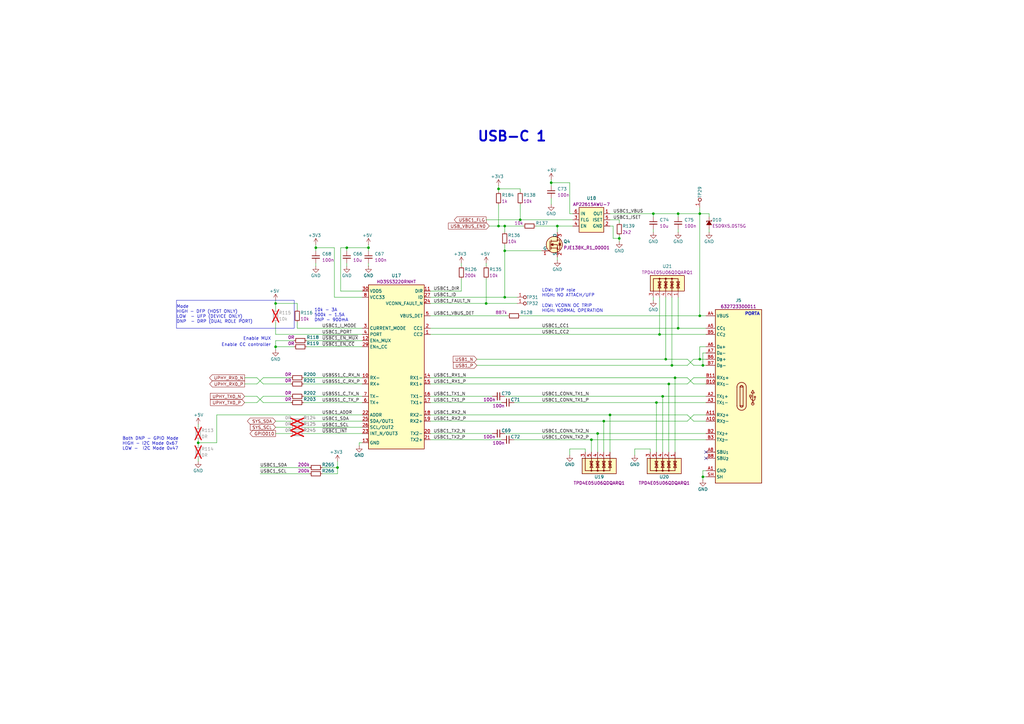
<source format=kicad_sch>
(kicad_sch (version 20250114) (generator "eeschema") (generator_version "9.0")
  (paper "A3")
  (title_block (title "Jetson Orin Baseboard") (date "2025-03-12") (rev "1.3.4") (company "Antmicro Ltd") (comment 1 "www.antmicro.com"))
  (text "Mode\nHIGH - DFP (HOST ONLY)\nLOW  - UFP (DEVICE ONLY)\nDNP  - DRP (DUAL ROLE PORT)\n" (at 72.39 132.715 0) (effects (font (size 1.27 1.27)) (justify left bottom)))
  (text "Enable MUX" (at 99.695 139.7 0) (effects (font (size 1.27 1.27)) (justify left bottom)))
  (text "Both DNP - GPIO Mode\nHIGH - I2C Mode 0x67\nLOW -  I2C Mode 0x47" (at 50.165 184.785 0) (effects (font (size 1.27 1.27)) (justify left bottom)))
  (text "USB-C 1" (at 195.58 58.42 0) (effects (font (size 4 4) (thickness 0.8) (bold yes)) (justify left bottom)))
  (text "10k - 3A\n500k - 1.5A\nDNP - 900mA" (at 128.905 132.08 0) (effects (font (size 1.27 1.27)) (justify left bottom)))
  (text "LOW: DFP role \nHIGH: NO ATTACH/UFP" (at 222.25 121.92 0) (effects (font (size 1.27 1.27)) (justify left bottom)))
  (text "PORTA" (at 305.435 129.54 0) (effects (font (size 1.27 1.27) (thickness 0.254) (bold yes)) (justify left bottom)))
  (text "LOW: VCONN OC TRIP \nHIGH: NORMAL OPERATION" (at 222.25 128.27 0) (effects (font (size 1.27 1.27)) (justify left bottom)))
  (text "Enable CC controller" (at 90.805 142.24 0) (effects (font (size 1.27 1.27)) (justify left bottom)))
  (junction (at 213.36 90.17))
  (junction (at 273.05 147.32))
  (junction (at 288.29 149.86))
  (junction (at 245.11 177.8))
  (junction (at 287.02 87.63))
  (junction (at 207.01 92.71))
  (junction (at 270.51 137.16))
  (junction (at 138.43 191.77))
  (junction (at 278.13 87.63))
  (junction (at 288.29 195.58))
  (junction (at 269.24 165.1))
  (junction (at 275.59 149.86))
  (junction (at 242.57 180.34))
  (junction (at 81.28 181.61))
  (junction (at 271.78 162.56))
  (junction (at 113.03 142.24))
  (junction (at 129.54 101.6))
  (junction (at 226.06 74.93))
  (junction (at 207.01 102.87))
  (junction (at 247.65 172.72))
  (junction (at 207.01 121.92))
  (junction (at 250.19 170.18))
  (junction (at 204.47 77.47))
  (junction (at 151.13 101.6))
  (junction (at 274.32 157.48))
  (junction (at 142.24 101.6))
  (junction (at 287.02 129.54))
  (junction (at 276.86 154.94))
  (junction (at 287.02 147.32))
  (junction (at 267.97 87.63))
  (junction (at 113.03 124.46))
  (junction (at 228.6 92.71))
  (junction (at 254 97.79))
  (junction (at 278.13 134.62))
  (junction (at 204.47 92.71))
  (junction (at 199.39 124.46))
  (no_connect (at 289.56 187.96))
  (no_connect (at 289.56 185.42))
  (wire (pts (xy 124.46 154.94) (xy 148.59 154.94)))
  (wire (pts (xy 151.13 100.33) (xy 151.13 101.6)))
  (wire (pts (xy 288.29 193.04) (xy 289.56 193.04)))
  (wire (pts (xy 124.46 175.26) (xy 148.59 175.26)))
  (wire (pts (xy 113.03 124.46) (xy 121.92 124.46)))
  (wire (pts (xy 176.53 124.46) (xy 199.39 124.46)))
  (wire (pts (xy 204.47 76.2) (xy 204.47 77.47)))
  (wire (pts (xy 147.32 182.88) (xy 147.32 181.61)))
  (wire (pts (xy 287.02 129.54) (xy 289.56 129.54)))
  (wire (pts (xy 245.11 177.8) (xy 245.11 185.42)))
  (wire (pts (xy 204.47 92.71) (xy 207.01 92.71)))
  (wire (pts (xy 148.59 121.92) (xy 137.16 121.92)))
  (wire (pts (xy 105.41 162.56) (xy 100.33 162.56)))
  (wire (pts (xy 132.08 191.77) (xy 138.43 191.77)))
  (wire (pts (xy 113.03 177.8) (xy 119.38 177.8)))
  (wire (pts (xy 250.19 92.71) (xy 251.46 92.71)))
  (wire (pts (xy 219.71 92.71) (xy 228.6 92.71)))
  (wire (pts (xy 233.68 184.15) (xy 240.03 184.15)))
  (wire (pts (xy 124.46 162.56) (xy 148.59 162.56)))
  (wire (pts (xy 288.29 195.58) (xy 288.29 193.04)))
  (wire (pts (xy 176.53 154.94) (xy 276.86 154.94)))
  (wire (pts (xy 148.59 134.62) (xy 121.92 134.62)))
  (wire (pts (xy 233.68 87.63) (xy 233.68 74.93)))
  (wire (pts (xy 226.06 74.93) (xy 233.68 74.93)))
  (wire (pts (xy 107.95 162.56) (xy 105.41 165.1)))
  (wire (pts (xy 289.56 142.24) (xy 287.02 142.24)))
  (wire (pts (xy 240.03 184.15) (xy 240.03 185.42)))
  (wire (pts (xy 207.01 162.56) (xy 271.78 162.56)))
  (wire (pts (xy 142.24 107.95) (xy 142.24 109.22)))
  (polyline (pts (xy 72.39 123.19) (xy 72.39 134.62)))
  (wire (pts (xy 176.53 121.92) (xy 207.01 121.92)))
  (wire (pts (xy 113.03 124.46) (xy 113.03 127)))
  (wire (pts (xy 176.53 119.38) (xy 189.23 119.38)))
  (wire (pts (xy 195.58 147.32) (xy 273.05 147.32)))
  (wire (pts (xy 129.54 101.6) (xy 129.54 102.87)))
  (wire (pts (xy 274.32 157.48) (xy 281.94 157.48)))
  (wire (pts (xy 250.19 87.63) (xy 267.97 87.63)))
  (wire (pts (xy 210.82 180.34) (xy 242.57 180.34)))
  (wire (pts (xy 113.03 142.24) (xy 120.65 142.24)))
  (wire (pts (xy 267.97 121.92) (xy 267.97 123.19)))
  (wire (pts (xy 275.59 121.92) (xy 275.59 149.86)))
  (wire (pts (xy 281.94 172.72) (xy 284.48 170.18)))
  (wire (pts (xy 278.13 87.63) (xy 278.13 88.9)))
  (wire (pts (xy 274.32 157.48) (xy 274.32 185.42)))
  (wire (pts (xy 267.97 87.63) (xy 267.97 88.9)))
  (wire (pts (xy 81.28 180.34) (xy 81.28 181.61)))
  (wire (pts (xy 204.47 77.47) (xy 204.47 78.74)))
  (wire (pts (xy 250.19 170.18) (xy 250.19 185.42)))
  (wire (pts (xy 287.02 142.24) (xy 287.02 147.32)))
  (wire (pts (xy 228.6 92.71) (xy 228.6 95.25)))
  (wire (pts (xy 195.58 149.86) (xy 275.59 149.86)))
  (wire (pts (xy 278.13 87.63) (xy 287.02 87.63)))
  (wire (pts (xy 121.92 132.08) (xy 121.92 134.62)))
  (polyline (pts (xy 120.65 134.62) (xy 120.65 123.19)))
  (wire (pts (xy 148.59 119.38) (xy 139.7 119.38)))
  (wire (pts (xy 199.39 107.95) (xy 199.39 109.22)))
  (wire (pts (xy 204.47 83.82) (xy 204.47 92.71)))
  (wire (pts (xy 271.78 162.56) (xy 271.78 185.42)))
  (wire (pts (xy 107.95 154.94) (xy 119.38 154.94)))
  (wire (pts (xy 254 90.17) (xy 254 91.44)))
  (wire (pts (xy 139.7 101.6) (xy 142.24 101.6)))
  (wire (pts (xy 107.95 154.94) (xy 105.41 157.48)))
  (wire (pts (xy 254 96.52) (xy 254 97.79)))
  (wire (pts (xy 284.48 147.32) (xy 287.02 147.32)))
  (wire (pts (xy 290.83 93.98) (xy 290.83 95.25)))
  (wire (pts (xy 210.82 165.1) (xy 269.24 165.1)))
  (wire (pts (xy 284.48 154.94) (xy 289.56 154.94)))
  (wire (pts (xy 228.6 92.71) (xy 234.95 92.71)))
  (wire (pts (xy 250.19 90.17) (xy 254 90.17)))
  (wire (pts (xy 254 97.79) (xy 254 99.06)))
  (wire (pts (xy 288.29 144.78) (xy 288.29 149.86)))
  (wire (pts (xy 207.01 102.87) (xy 207.01 121.92)))
  (wire (pts (xy 271.78 162.56) (xy 289.56 162.56)))
  (wire (pts (xy 129.54 100.33) (xy 129.54 101.6)))
  (wire (pts (xy 281.94 170.18) (xy 284.48 172.72)))
  (wire (pts (xy 284.48 172.72) (xy 289.56 172.72)))
  (wire (pts (xy 176.53 165.1) (xy 205.74 165.1)))
  (wire (pts (xy 270.51 121.92) (xy 270.51 137.16)))
  (wire (pts (xy 189.23 107.95) (xy 189.23 109.22)))
  (wire (pts (xy 105.41 162.56) (xy 107.95 165.1)))
  (wire (pts (xy 273.05 121.92) (xy 273.05 147.32)))
  (wire (pts (xy 287.02 147.32) (xy 289.56 147.32)))
  (wire (pts (xy 113.03 139.7) (xy 120.65 139.7)))
  (wire (pts (xy 213.36 77.47) (xy 213.36 78.74)))
  (wire (pts (xy 284.48 149.86) (xy 288.29 149.86)))
  (wire (pts (xy 204.47 77.47) (xy 213.36 77.47)))
  (wire (pts (xy 242.57 180.34) (xy 242.57 185.42)))
  (wire (pts (xy 269.24 165.1) (xy 289.56 165.1)))
  (polyline (pts (xy 72.39 123.19) (xy 120.65 123.19)))
  (wire (pts (xy 124.46 177.8) (xy 148.59 177.8)))
  (wire (pts (xy 278.13 121.92) (xy 278.13 134.62)))
  (wire (pts (xy 176.53 170.18) (xy 250.19 170.18)))
  (wire (pts (xy 290.83 88.9) (xy 290.83 87.63)))
  (wire (pts (xy 284.48 170.18) (xy 289.56 170.18)))
  (wire (pts (xy 242.57 180.34) (xy 289.56 180.34)))
  (wire (pts (xy 139.7 119.38) (xy 139.7 101.6)))
  (wire (pts (xy 281.94 154.94) (xy 284.48 157.48)))
  (wire (pts (xy 124.46 157.48) (xy 148.59 157.48)))
  (wire (pts (xy 176.53 180.34) (xy 205.74 180.34)))
  (wire (pts (xy 81.28 187.96) (xy 81.28 189.23)))
  (wire (pts (xy 176.53 162.56) (xy 201.93 162.56)))
  (wire (pts (xy 121.92 124.46) (xy 121.92 127)))
  (wire (pts (xy 288.29 149.86) (xy 289.56 149.86)))
  (wire (pts (xy 176.53 137.16) (xy 270.51 137.16)))
  (wire (pts (xy 88.9 170.18) (xy 88.9 181.61)))
  (wire (pts (xy 142.24 101.6) (xy 142.24 102.87)))
  (wire (pts (xy 107.95 165.1) (xy 119.38 165.1)))
  (wire (pts (xy 267.97 87.63) (xy 278.13 87.63)))
  (wire (pts (xy 213.36 83.82) (xy 213.36 90.17)))
  (wire (pts (xy 273.05 147.32) (xy 281.94 147.32)))
  (wire (pts (xy 278.13 93.98) (xy 278.13 95.25)))
  (wire (pts (xy 287.02 87.63) (xy 290.83 87.63)))
  (wire (pts (xy 233.68 87.63) (xy 234.95 87.63)))
  (wire (pts (xy 289.56 144.78) (xy 288.29 144.78)))
  (wire (pts (xy 113.03 139.7) (xy 113.03 142.24)))
  (wire (pts (xy 113.03 172.72) (xy 119.38 172.72)))
  (wire (pts (xy 124.46 165.1) (xy 148.59 165.1)))
  (wire (pts (xy 260.35 186.69) (xy 260.35 184.15)))
  (wire (pts (xy 81.28 181.61) (xy 88.9 181.61)))
  (wire (pts (xy 100.33 157.48) (xy 105.41 157.48)))
  (wire (pts (xy 207.01 121.92) (xy 212.09 121.92)))
  (wire (pts (xy 148.59 137.16) (xy 113.03 137.16)))
  (wire (pts (xy 147.32 181.61) (xy 148.59 181.61)))
  (polyline (pts (xy 72.39 134.62) (xy 120.65 134.62)))
  (wire (pts (xy 228.6 105.41) (xy 228.6 106.68)))
  (wire (pts (xy 176.53 172.72) (xy 247.65 172.72)))
  (wire (pts (xy 199.39 90.17) (xy 213.36 90.17)))
  (wire (pts (xy 260.35 184.15) (xy 266.7 184.15)))
  (wire (pts (xy 207.01 92.71) (xy 207.01 95.25)))
  (wire (pts (xy 151.13 107.95) (xy 151.13 109.22)))
  (wire (pts (xy 207.01 177.8) (xy 245.11 177.8)))
  (wire (pts (xy 226.06 73.66) (xy 226.06 74.93)))
  (wire (pts (xy 129.54 107.95) (xy 129.54 109.22)))
  (wire (pts (xy 107.95 157.48) (xy 119.38 157.48)))
  (wire (pts (xy 138.43 189.23) (xy 138.43 191.77)))
  (wire (pts (xy 247.65 172.72) (xy 281.94 172.72)))
  (wire (pts (xy 207.01 100.33) (xy 207.01 102.87)))
  (wire (pts (xy 142.24 101.6) (xy 151.13 101.6)))
  (wire (pts (xy 176.53 157.48) (xy 274.32 157.48)))
  (wire (pts (xy 254 97.79) (xy 251.46 97.79)))
  (wire (pts (xy 226.06 74.93) (xy 226.06 76.2)))
  (wire (pts (xy 281.94 149.86) (xy 284.48 147.32)))
  (wire (pts (xy 176.53 134.62) (xy 278.13 134.62)))
  (wire (pts (xy 113.03 123.19) (xy 113.03 124.46)))
  (wire (pts (xy 106.68 194.31) (xy 127 194.31)))
  (wire (pts (xy 233.68 186.69) (xy 233.68 184.15)))
  (wire (pts (xy 266.7 184.15) (xy 266.7 185.42)))
  (wire (pts (xy 189.23 114.3) (xy 189.23 119.38)))
  (wire (pts (xy 207.01 92.71) (xy 214.63 92.71)))
  (wire (pts (xy 100.33 165.1) (xy 105.41 165.1)))
  (wire (pts (xy 276.86 154.94) (xy 281.94 154.94)))
  (wire (pts (xy 125.73 142.24) (xy 148.59 142.24)))
  (wire (pts (xy 284.48 157.48) (xy 289.56 157.48)))
  (wire (pts (xy 199.39 114.3) (xy 199.39 124.46)))
  (wire (pts (xy 113.03 142.24) (xy 113.03 143.51)))
  (wire (pts (xy 267.97 93.98) (xy 267.97 95.25)))
  (wire (pts (xy 288.29 195.58) (xy 289.56 195.58)))
  (wire (pts (xy 199.39 124.46) (xy 212.09 124.46)))
  (wire (pts (xy 105.41 154.94) (xy 100.33 154.94)))
  (wire (pts (xy 113.03 175.26) (xy 119.38 175.26)))
  (wire (pts (xy 81.28 181.61) (xy 81.28 182.88)))
  (wire (pts (xy 105.41 154.94) (xy 107.95 157.48)))
  (wire (pts (xy 250.19 170.18) (xy 281.94 170.18)))
  (wire (pts (xy 276.86 154.94) (xy 276.86 185.42)))
  (wire (pts (xy 281.94 147.32) (xy 284.48 149.86)))
  (wire (pts (xy 137.16 101.6) (xy 129.54 101.6)))
  (wire (pts (xy 287.02 85.09) (xy 287.02 87.63)))
  (wire (pts (xy 213.36 129.54) (xy 287.02 129.54)))
  (wire (pts (xy 88.9 170.18) (xy 148.59 170.18)))
  (wire (pts (xy 124.46 172.72) (xy 148.59 172.72)))
  (wire (pts (xy 207.01 102.87) (xy 222.25 102.87)))
  (wire (pts (xy 213.36 90.17) (xy 234.95 90.17)))
  (wire (pts (xy 226.06 81.28) (xy 226.06 83.82)))
  (wire (pts (xy 200.66 92.71) (xy 204.47 92.71)))
  (wire (pts (xy 281.94 157.48) (xy 284.48 154.94)))
  (wire (pts (xy 275.59 149.86) (xy 281.94 149.86)))
  (wire (pts (xy 107.95 162.56) (xy 119.38 162.56)))
  (wire (pts (xy 270.51 137.16) (xy 289.56 137.16)))
  (wire (pts (xy 137.16 121.92) (xy 137.16 101.6)))
  (wire (pts (xy 247.65 172.72) (xy 247.65 185.42)))
  (wire (pts (xy 176.53 177.8) (xy 201.93 177.8)))
  (wire (pts (xy 251.46 92.71) (xy 251.46 97.79)))
  (wire (pts (xy 176.53 129.54) (xy 208.28 129.54)))
  (wire (pts (xy 278.13 134.62) (xy 289.56 134.62)))
  (wire (pts (xy 113.03 132.08) (xy 113.03 137.16)))
  (wire (pts (xy 138.43 194.31) (xy 138.43 191.77)))
  (wire (pts (xy 106.68 191.77) (xy 127 191.77)))
  (wire (pts (xy 132.08 194.31) (xy 138.43 194.31)))
  (wire (pts (xy 125.73 139.7) (xy 148.59 139.7)))
  (wire (pts (xy 245.11 177.8) (xy 289.56 177.8)))
  (wire (pts (xy 269.24 165.1) (xy 269.24 185.42)))
  (wire (pts (xy 288.29 196.85) (xy 288.29 195.58)))
  (wire (pts (xy 151.13 101.6) (xy 151.13 102.87)))
  (wire (pts (xy 287.02 87.63) (xy 287.02 129.54)))
  (wire (pts (xy 81.28 173.99) (xy 81.28 175.26)))
  (label "USBC1_SCL" (at 132.08 175.26 0))
  (label "USBC1_RX1_P" (at 177.8 157.48 0))
  (label "USBC1_ISET" (at 251.46 90.17 0))
  (label "USBC1_SDA" (at 132.08 172.72 0))
  (label "USBC1_CONN_TX2_P" (at 222.25 180.34 0))
  (label "USBC1_CONN_TX2_N" (at 222.25 177.8 0))
  (label "USBC1_FAULT_N" (at 177.8 124.46 0))
  (label "USBC1_CONN_TX1_N" (at 222.25 162.56 0))
  (label "~{USBC1_INT}" (at 132.08 177.8 0))
  (label "USBC1_CONN_TX1_P" (at 222.25 165.1 0))
  (label "USBC1_PORT" (at 132.08 137.16 0))
  (label "USBC1_TX2_N" (at 177.8 177.8 0))
  (label "USBSS1_C_RX_P" (at 132.08 157.48 0))
  (label "USBC1_TX1_N" (at 177.8 162.56 0))
  (label "USBSS1_C_TX_N" (at 132.08 162.56 0))
  (label "USBC1_SCL" (at 106.68 194.31 0))
  (label "~{USBC1_EN_MUX}" (at 132.08 139.7 0))
  (label "USBC1_VBUS_DET" (at 177.8 129.54 0))
  (label "USBC1_CC2" (at 222.25 137.16 0))
  (label "USBC1_TX2_P" (at 177.8 180.34 0))
  (label "USBC1_I_MODE" (at 132.08 134.62 0))
  (label "USBC1_VBUS" (at 251.46 87.63 0))
  (label "USBSS1_C_TX_P" (at 132.08 165.1 0))
  (label "USBC1_TX1_P" (at 177.8 165.1 0))
  (label "USBC1_SDA" (at 106.68 191.77 0))
  (label "USBSS1_C_RX_N" (at 132.08 154.94 0))
  (label "USBC1_CC1" (at 222.25 134.62 0))
  (label "~{USBC1_EN_CC}" (at 132.08 142.24 0))
  (label "USBC1_ADDR" (at 132.08 170.18 0))
  (label "USBC1_RX1_N" (at 177.8 154.94 0))
  (label "USBC1_ID" (at 177.8 121.92 0))
  (label "USBC1_RX2_N" (at 177.8 170.18 0))
  (label "USBC1_DIR" (at 177.8 119.38 0))
  (label "USBC1_RX2_P" (at 177.8 172.72 0))
  (global_label "GPIO010" (shape output) (at 113.03 177.8 180) (property "Intersheetrefs" "${INTERSHEET_REFS}" (effects (hide yes))))
  (global_label "SYS_SCL" (shape input) (at 113.03 175.26 180) (property "Intersheetrefs" "${INTERSHEET_REFS}" (effects (hide yes))))
  (global_label "USB_VBUS_EN0" (shape input) (at 200.66 92.71 180) (property "Intersheetrefs" "${INTERSHEET_REFS}" (effects (hide yes))))
  (global_label "UPHY_TX0_P" (shape input) (at 100.33 165.1 180) (property "Intersheetrefs" "${INTERSHEET_REFS}" (effects (hide yes))))
  (global_label "USB1_N" (shape input) (at 195.58 147.32 180) (property "Intersheetrefs" "${INTERSHEET_REFS}" (effects (hide yes))))
  (global_label "UPHY_TX0_N" (shape input) (at 100.33 162.56 180) (property "Intersheetrefs" "${INTERSHEET_REFS}" (effects (hide yes))))
  (global_label "USB1_P" (shape input) (at 195.58 149.86 180) (property "Intersheetrefs" "${INTERSHEET_REFS}" (effects (hide yes))))
  (global_label "UPHY_RX0_P" (shape output) (at 100.33 157.48 180) (property "Intersheetrefs" "${INTERSHEET_REFS}" (effects (hide yes))))
  (global_label "USBC1_FLG" (shape output) (at 199.39 90.17 180) (property "Intersheetrefs" "${INTERSHEET_REFS}" (effects (hide yes))))
  (global_label "UPHY_RX0_N" (shape output) (at 100.33 154.94 180) (property "Intersheetrefs" "${INTERSHEET_REFS}" (effects (hide yes))))
  (global_label "SYS_SDA" (shape bidirectional) (at 113.03 172.72 180) (property "Intersheetrefs" "${INTERSHEET_REFS}" (effects (hide yes))))
  (symbol (lib_id "antmicroInterfaceControllers:HD3SS3220RNH") (at 148.59 119.38 0) (unit 1)
    (property "Reference" "U17" (at 162.56 113.03 0))
    (property "Value" "HD3SS3220RNH" (effects (hide yes)))
    (property "Footprint" "antmicro-footprints:WQFN-30-1EP_4.6x2.6mm_P0.4mm" (effects (hide yes)))
    (property "Datasheet" "https://www.ti.com/lit/ds/symlink/hd3ss3220.pdf?ts=1663000043694&ref_url=https%253A%252F%252Fwww.google.com%252F" (effects (hide yes)))
    (property "Manufacturer" "Texas Instruments" (effects (hide yes)))
    (property "MPN" "HD3SS3220RNHT" (at 162.56 115.57 0))
    (property "Author" "Antmicro" (effects (hide yes)))
    (property "License" "Apache-2.0" (effects (hide yes)))
  )
  (symbol (lib_name "GND_3") (lib_id "antmicropower:GND") (at 226.06 83.82 0) (unit 1)
    (property "Reference" "#PWR0122" (effects (hide yes)))
    (property "Value" "GND" (at 226.06 87.63 0))
    (property "Author" "Antmicro" (effects (hide yes)))
    (property "License" "Apache-2.0" (effects (hide yes)))
  )
  (symbol (lib_id "antmicroPMICPowerDistributionSwitchesLoadDrivers:AP22615A_TSOT26") (at 234.95 87.63 0) (unit 1)
    (property "Reference" "U18" (at 242.57 81.28 0))
    (property "Value" "AP22615A_TSOT26" (effects (hide yes)))
    (property "Footprint" "antmicro-footprints:TSOT23-6" (effects (hide yes)))
    (property "Datasheet" "https://www.mouser.com/datasheet/2/115/DIOD_S_A0008958405_1-2543193.pdf" (effects (hide yes)))
    (property "MPN" "AP22615AWU-7" (at 242.57 83.82 0))
    (property "Manufacturer" "Diodes Incorporated" (effects (hide yes)))
    (property "Author" "Antmicro" (effects (hide yes)))
    (property "License" "Apache-2.0" (effects (hide yes)))
  )
  (symbol (lib_name "GND_3") (lib_id "antmicropower:GND") (at 278.13 95.25 0) (unit 1)
    (property "Reference" "#PWR0129" (effects (hide yes)))
    (property "Value" "GND" (at 278.13 99.06 0))
    (property "Author" "Antmicro" (effects (hide yes)))
    (property "License" "Apache-2.0" (effects (hide yes)))
  )
  (symbol (lib_name "GND_3") (lib_id "antmicropower:GND") (at 142.24 109.22 0) (unit 1)
    (property "Reference" "#PWR0115" (effects (hide yes)))
    (property "Value" "GND" (at 142.24 113.03 0))
    (property "Author" "Antmicro" (effects (hide yes)))
    (property "License" "Apache-2.0" (effects (hide yes)))
  )
  (symbol (lib_id "antmicroTestPoints:TP_0.75mm_SMD") (at 212.09 124.46 0) (unit 1) (in_bom no)
    (property "Reference" "TP32" (at 215.9 124.46 0) (effects (justify left)))
    (property "Value" "TP_0.75mm_SMD" (effects (hide yes)))
    (property "Footprint" "antmicro-footprints:TP_SMD_0.75mm" (effects (hide yes)))
    (property "Author" "Antmicro" (effects (hide yes)))
    (property "License" "Apache-2.0" (effects (hide yes)))
  )
  (symbol (lib_name "+5V_1") (lib_id "antmicropower:+5V") (at 113.03 123.19 0) (unit 1)
    (property "Reference" "#PWR0110" (effects (hide yes)))
    (property "Value" "+5V" (at 110.49 119.38 0) (effects (justify left)))
    (property "Author" "Antmicro" (effects (hide yes)))
    (property "License" "Apache-2.0" (effects (hide yes)))
  )
  (symbol (lib_name "GND_3") (lib_id "antmicropower:GND") (at 267.97 95.25 0) (unit 1)
    (property "Reference" "#PWR0128" (effects (hide yes)))
    (property "Value" "GND" (at 267.97 99.06 0))
    (property "Author" "Antmicro" (effects (hide yes)))
    (property "License" "Apache-2.0" (effects (hide yes)))
  )
  (symbol (lib_name "R_0R_0402_1") (lib_id "antmicroResistors0402:R_0R_0402") (at 81.28 187.96 90) (unit 1) (in_bom no) (dnp yes)
    (property "Reference" "R114" (at 82.55 184.15 90) (effects (justify right)))
    (property "Value" "R_0R_0402" (effects (hide yes)))
    (property "Footprint" "antmicro-footprints:R_0402_1005Metric" (effects (hide yes)))
    (property "Datasheet" "https://industrial.panasonic.com/cdbs/www-data/pdf/RDA0000/AOA0000C301.pdf" (effects (hide yes)))
    (property "Manufacturer" "Panasonic" (effects (hide yes)))
    (property "MPN" "ERJ2GE0R00X" (effects (hide yes)))
    (property "Val" "0R" (at 82.55 186.69 90) (effects (justify right)))
    (property "License" "Apache-2.0" (effects (hide yes)))
    (property "Author" "Antmicro" (effects (hide yes)))
    (property "Current" "1A" (effects (hide yes)))
  )
  (symbol (lib_id "antmicropower:+5V") (at 199.39 107.95 0) (mirror y) (unit 1)
    (property "Reference" "#PWR0120" (effects (hide yes)))
    (property "Value" "+5V" (at 196.85 104.14 0) (effects (justify right)))
    (property "Author" "Antmicro" (effects (hide yes)))
    (property "License" "Apache-2.0" (effects (hide yes)))
  )
  (symbol (lib_name "R_200k_0402_1") (lib_id "antmicroResistors0402:R_200k_0402") (at 132.08 191.77 180) (unit 1)
    (property "Reference" "R265" (at 137.16 189.865 0) (effects (justify left bottom)))
    (property "Value" "R_200k_0402" (effects (hide yes)))
    (property "Footprint" "antmicro-footprints:R_0402_1005Metric" (effects (hide yes)))
    (property "Datasheet" "https://www.bourns.com/docs/product-datasheets/cr.pdf" (effects (hide yes)))
    (property "Manufacturer" "Bourns" (effects (hide yes)))
    (property "MPN" "CR0402-FX-2003GLF" (effects (hide yes)))
    (property "Val" "200k" (at 127 189.865 0) (effects (justify left bottom)))
    (property "License" "Apache-2.0" (effects (hide yes)))
    (property "Author" "Antmicro" (effects (hide yes)))
    (property "Tolerance" "1%" (effects (hide yes)))
  )
  (symbol (lib_id "antmicroCapacitors0603:C_10u_0603") (at 267.97 88.9 90) (mirror x) (unit 1)
    (property "Reference" "C74" (at 270.51 90.1763 90) (effects (justify right)))
    (property "Value" "C_10u_0603" (effects (hide yes)))
    (property "Footprint" "antmicro-footprints:C_0603_1608Metric" (effects (hide yes)))
    (property "Datasheet" "https://www.murata.com/products/productdetail?partno=GRM188R61A106KE69%23" (effects (hide yes)))
    (property "Manufacturer" "Murata" (effects (hide yes)))
    (property "MPN" "GRM188R61A106KE69D" (effects (hide yes)))
    (property "Val" "10u" (at 270.51 92.7163 90) (effects (justify right)))
    (property "License" "Apache-2.0" (effects (hide yes)))
    (property "Author" "Antmicro" (effects (hide yes)))
    (property "Dielectric" "template_dielectric" (effects (hide yes)))
  )
  (symbol (lib_name "R_0R_0402_2") (lib_id "antmicroResistors0402:R_0R_0402") (at 119.38 165.1 0) (unit 1)
    (property "Reference" "R203" (at 124.46 164.465 0) (effects (justify left bottom)))
    (property "Value" "R_0R_0402" (effects (hide yes)))
    (property "Footprint" "antmicro-footprints:R_0402_1005Metric" (effects (hide yes)))
    (property "Datasheet" "https://industrial.panasonic.com/cdbs/www-data/pdf/RDA0000/AOA0000C301.pdf" (effects (hide yes)))
    (property "Manufacturer" "Panasonic" (effects (hide yes)))
    (property "MPN" "ERJ2GE0R00X" (effects (hide yes)))
    (property "Val" "0R" (at 116.84 164.465 0) (effects (justify left bottom)))
    (property "License" "Apache-2.0" (effects (hide yes)))
    (property "Author" "Antmicro" (effects (hide yes)))
    (property "Current" "1A" (effects (hide yes)))
  )
  (symbol (lib_name "GND_3") (lib_id "antmicropower:GND") (at 81.28 189.23 0) (unit 1)
    (property "Reference" "#PWR0109" (effects (hide yes)))
    (property "Value" "GND" (at 81.28 193.04 0))
    (property "Author" "Antmicro" (effects (hide yes)))
    (property "License" "Apache-2.0" (effects (hide yes)))
  )
  (symbol (lib_name "C_100n_0402_1") (lib_id "antmicroCapacitors0402:C_100n_0402") (at 151.13 102.87 90) (mirror x) (unit 1)
    (property "Reference" "C67" (at 153.67 104.1463 90) (effects (justify right)))
    (property "Value" "C_100n_0402" (effects (hide yes)))
    (property "Footprint" "antmicro-footprints:C_0402_1005Metric" (effects (hide yes)))
    (property "Datasheet" "https://www.murata.com/products/productdetail?partno=GRM155R61H104KE14%23" (effects (hide yes)))
    (property "Manufacturer" "Murata" (effects (hide yes)))
    (property "MPN" "GRM155R61H104KE14D" (effects (hide yes)))
    (property "Val" "100n" (at 153.67 106.6863 90) (effects (justify right)))
    (property "License" "Apache-2.0" (effects (hide yes)))
    (property "Author" "Antmicro" (effects (hide yes)))
    (property "Voltage" "50V" (effects (hide yes)))
    (property "Dielectric" "X5R" (effects (hide yes)))
  )
  (symbol (lib_name "R_10k_0402_1") (lib_id "antmicroResistors0402:R_10k_0402") (at 121.92 132.08 90) (unit 1)
    (property "Reference" "R116" (at 123.19 128.27 90) (effects (justify right)))
    (property "Value" "R_10k_0402" (effects (hide yes)))
    (property "Footprint" "antmicro-footprints:R_0402_1005Metric" (effects (hide yes)))
    (property "Datasheet" "https://www.bourns.com/docs/product-datasheets/cr.pdf" (effects (hide yes)))
    (property "Manufacturer" "Bourns" (effects (hide yes)))
    (property "MPN" "CR0402-FX-1002GLF" (effects (hide yes)))
    (property "Val" "10k" (at 123.19 130.81 90) (effects (justify right)))
    (property "License" "Apache-2.0" (effects (hide yes)))
    (property "Author" "Antmicro" (effects (hide yes)))
    (property "Tolerance" "1%" (effects (hide yes)))
  )
  (symbol (lib_id "antmicroCapacitors0402:C_100n_0402") (at 278.13 88.9 90) (mirror x) (unit 1)
    (property "Reference" "C75" (at 280.67 90.1763 90) (effects (justify right)))
    (property "Value" "C_100n_0402" (effects (hide yes)))
    (property "Footprint" "antmicro-footprints:C_0402_1005Metric" (effects (hide yes)))
    (property "Datasheet" "https://www.murata.com/products/productdetail?partno=GRM155R61H104KE14%23" (effects (hide yes)))
    (property "Manufacturer" "Murata" (effects (hide yes)))
    (property "MPN" "GRM155R61H104KE14D" (effects (hide yes)))
    (property "Val" "100n" (at 280.67 92.7163 90) (effects (justify right)))
    (property "License" "Apache-2.0" (effects (hide yes)))
    (property "Author" "Antmicro" (effects (hide yes)))
    (property "Voltage" "50V" (effects (hide yes)))
    (property "Dielectric" "X5R" (effects (hide yes)))
  )
  (symbol (lib_name "R_0R_0402_3") (lib_id "antmicroResistors0402:R_0R_0402") (at 120.65 142.24 0) (unit 1)
    (property "Reference" "R119" (at 125.73 141.605 0) (effects (justify left bottom)))
    (property "Value" "R_0R_0402" (effects (hide yes)))
    (property "Footprint" "antmicro-footprints:R_0402_1005Metric" (effects (hide yes)))
    (property "Datasheet" "https://industrial.panasonic.com/cdbs/www-data/pdf/RDA0000/AOA0000C301.pdf" (effects (hide yes)))
    (property "Manufacturer" "Panasonic" (effects (hide yes)))
    (property "MPN" "ERJ2GE0R00X" (effects (hide yes)))
    (property "Val" "0R" (at 118.11 141.605 0) (effects (justify left bottom)))
    (property "License" "Apache-2.0" (effects (hide yes)))
    (property "Author" "Antmicro" (effects (hide yes)))
    (property "Current" "1A" (effects (hide yes)))
  )
  (symbol (lib_name "GND_3") (lib_id "antmicropower:GND") (at 290.83 95.25 0) (unit 1)
    (property "Reference" "#PWR0130" (effects (hide yes)))
    (property "Value" "GND" (at 290.83 99.06 0))
    (property "Author" "Antmicro" (effects (hide yes)))
    (property "License" "Apache-2.0" (effects (hide yes)))
  )
  (symbol (lib_name "+3V3_1") (lib_id "antmicropower:+3V3") (at 138.43 189.23 0) (mirror y) (unit 1)
    (property "Reference" "#PWR0331" (effects (hide yes)))
    (property "Value" "+3V3" (at 135.255 185.42 0) (effects (justify right)))
    (property "Author" "Antmicro" (effects (hide yes)))
    (property "License" "Apache-2.0" (effects (hide yes)))
  )
  (symbol (lib_id "antmicroTestPoints:TP_0.75mm_SMD") (at 212.09 121.92 0) (unit 1) (in_bom no)
    (property "Reference" "TP31" (at 215.9 121.92 0) (effects (justify left)))
    (property "Value" "TP_0.75mm_SMD" (effects (hide yes)))
    (property "Footprint" "antmicro-footprints:TP_SMD_0.75mm" (effects (hide yes)))
    (property "Author" "Antmicro" (effects (hide yes)))
    (property "License" "Apache-2.0" (effects (hide yes)))
  )
  (symbol (lib_id "antmicroResistors0402:R_10k_0402") (at 213.36 83.82 90) (unit 1)
    (property "Reference" "R138" (at 214.63 80.01 90) (effects (justify right)))
    (property "Value" "R_10k_0402" (effects (hide yes)))
    (property "Footprint" "antmicro-footprints:R_0402_1005Metric" (effects (hide yes)))
    (property "Datasheet" "https://www.bourns.com/docs/product-datasheets/cr.pdf" (effects (hide yes)))
    (property "Manufacturer" "Bourns" (effects (hide yes)))
    (property "MPN" "CR0402-FX-1002GLF" (effects (hide yes)))
    (property "Val" "10k" (at 214.63 82.55 90) (effects (justify right)))
    (property "License" "Apache-2.0" (effects (hide yes)))
    (property "Author" "Antmicro" (effects (hide yes)))
    (property "Tolerance" "1%" (effects (hide yes)))
  )
  (symbol (lib_name "R_0R_0402_4") (lib_id "antmicroResistors0402:R_0R_0402") (at 119.38 162.56 0) (unit 1)
    (property "Reference" "R202" (at 124.46 161.925 0) (effects (justify left bottom)))
    (property "Value" "R_0R_0402" (effects (hide yes)))
    (property "Footprint" "antmicro-footprints:R_0402_1005Metric" (effects (hide yes)))
    (property "Datasheet" "https://industrial.panasonic.com/cdbs/www-data/pdf/RDA0000/AOA0000C301.pdf" (effects (hide yes)))
    (property "Manufacturer" "Panasonic" (effects (hide yes)))
    (property "MPN" "ERJ2GE0R00X" (effects (hide yes)))
    (property "Val" "0R" (at 116.84 161.925 0) (effects (justify left bottom)))
    (property "License" "Apache-2.0" (effects (hide yes)))
    (property "Author" "Antmicro" (effects (hide yes)))
    (property "Current" "1A" (effects (hide yes)))
  )
  (symbol (lib_name "R_200k_0402_2") (lib_id "antmicroResistors0402:R_200k_0402") (at 132.08 194.31 180) (unit 1)
    (property "Reference" "R266" (at 137.16 192.405 0) (effects (justify left bottom)))
    (property "Value" "R_200k_0402" (effects (hide yes)))
    (property "Footprint" "antmicro-footprints:R_0402_1005Metric" (effects (hide yes)))
    (property "Datasheet" "https://www.bourns.com/docs/product-datasheets/cr.pdf" (effects (hide yes)))
    (property "Manufacturer" "Bourns" (effects (hide yes)))
    (property "MPN" "CR0402-FX-2003GLF" (effects (hide yes)))
    (property "Val" "200k" (at 127 192.405 0) (effects (justify left bottom)))
    (property "License" "Apache-2.0" (effects (hide yes)))
    (property "Author" "Antmicro" (effects (hide yes)))
    (property "Tolerance" "1%" (effects (hide yes)))
  )
  (symbol (lib_name "GND_3") (lib_id "antmicropower:GND") (at 147.32 182.88 0) (unit 1)
    (property "Reference" "#PWR0116" (effects (hide yes)))
    (property "Value" "GND" (at 147.32 186.69 0))
    (property "Author" "Antmicro" (effects (hide yes)))
    (property "License" "Apache-2.0" (effects (hide yes)))
  )
  (symbol (lib_name "GND_3") (lib_id "antmicropower:GND") (at 233.68 186.69 0) (unit 1)
    (property "Reference" "#PWR0124" (effects (hide yes)))
    (property "Value" "GND" (at 233.68 190.5 0))
    (property "Author" "Antmicro" (effects (hide yes)))
    (property "License" "Apache-2.0" (effects (hide yes)))
  )
  (symbol (lib_name "R_0R_0402_5") (lib_id "antmicroResistors0402:R_0R_0402") (at 119.38 175.26 0) (unit 1) (in_bom no) (dnp yes)
    (property "Reference" "R125" (at 124.46 174.625 0) (effects (justify left bottom)))
    (property "Value" "R_0R_0402" (effects (hide yes)))
    (property "Footprint" "antmicro-footprints:R_0402_1005Metric" (effects (hide yes)))
    (property "Datasheet" "https://industrial.panasonic.com/cdbs/www-data/pdf/RDA0000/AOA0000C301.pdf" (effects (hide yes)))
    (property "Manufacturer" "Panasonic" (effects (hide yes)))
    (property "MPN" "ERJ2GE0R00X" (effects (hide yes)))
    (property "Val" "0R" (at 116.84 174.625 0) (effects (justify left bottom)))
    (property "License" "Apache-2.0" (effects (hide yes)))
    (property "Author" "Antmicro" (effects (hide yes)))
    (property "Current" "1A" (effects (hide yes)))
  )
  (symbol (lib_id "antmicroCapacitors0402:C_100n_0402") (at 210.82 165.1 180) (unit 1)
    (property "Reference" "C71" (at 213.36 163.195 0) (effects (justify left bottom)))
    (property "Value" "C_100n_0402" (effects (hide yes)))
    (property "Footprint" "antmicro-footprints:C_0402_1005Metric" (effects (hide yes)))
    (property "Datasheet" "https://www.murata.com/products/productdetail?partno=GRM155R61H104KE14%23" (effects (hide yes)))
    (property "Manufacturer" "Murata" (effects (hide yes)))
    (property "MPN" "GRM155R61H104KE14D" (effects (hide yes)))
    (property "Val" "100n" (at 207.01 165.735 0) (effects (justify left bottom)))
    (property "License" "Apache-2.0" (effects (hide yes)))
    (property "Author" "Antmicro" (effects (hide yes)))
    (property "Voltage" "50V" (effects (hide yes)))
    (property "Dielectric" "X5R" (effects (hide yes)))
  )
  (symbol (lib_id "antmicroTVSDiodes:TPD4E05U06QDQARQ1") (at 250.19 185.42 270) (unit 1)
    (property "Reference" "U19" (at 245.745 195.58 90))
    (property "Value" "TPD4E05U06QDQARQ1" (effects (hide yes)))
    (property "Footprint" "antmicro-footprints:USON-10_2.5x1mm_P0.5mm" (effects (hide yes)))
    (property "Datasheet" "https://www.ti.com/lit/ds/symlink/tpd4e05u06-q1.pdf?HQS=dis-mous-null-mousermode-dsf-pf-null-wwe&ts=1663591265741&ref_url=https%253A%252F%252Fwww.mouser.com%252F" (effects (hide yes)))
    (property "Manufacturer" "Texas Instruments" (effects (hide yes)))
    (property "MPN" "TPD4E05U06QDQARQ1" (at 245.745 198.12 90))
    (property "Author" "Antmicro" (effects (hide yes)))
    (property "License" "Apache-2.0" (effects (hide yes)))
  )
  (symbol (lib_id "antmicroUSBConnectors:USB-C_WE_632723300011") (at 289.56 129.54 0) (mirror y) (unit 1)
    (property "Reference" "J5" (at 302.895 123.19 0))
    (property "Value" "USB-C_WE_632723300011" (effects (hide yes)))
    (property "Footprint" "antmicro-footprints:USB-C_Receptacle_WE_632723300011" (effects (hide yes)))
    (property "Datasheet" "https://www.we-online.com/components/products/datasheet/632723300011.pdf" (effects (hide yes)))
    (property "Manufacturer" "Würth Elektronik" (effects (hide yes)))
    (property "MPN" "632723300011" (at 302.895 125.73 0))
    (property "Author" "Antmicro" (effects (hide yes)))
    (property "License" "Apache-2.0" (effects (hide yes)))
  )
  (symbol (lib_name "GND_3") (lib_id "antmicropower:GND") (at 151.13 109.22 0) (unit 1)
    (property "Reference" "#PWR0117" (effects (hide yes)))
    (property "Value" "GND" (at 151.13 113.03 0))
    (property "Author" "Antmicro" (effects (hide yes)))
    (property "License" "Apache-2.0" (effects (hide yes)))
  )
  (symbol (lib_id "antmicroResistors0402:R_200k_0402") (at 189.23 114.3 90) (unit 1)
    (property "Reference" "R126" (at 190.5 110.49 90) (effects (justify right)))
    (property "Value" "R_200k_0402" (effects (hide yes)))
    (property "Footprint" "antmicro-footprints:R_0402_1005Metric" (effects (hide yes)))
    (property "Datasheet" "https://www.bourns.com/docs/product-datasheets/cr.pdf" (effects (hide yes)))
    (property "Manufacturer" "Bourns" (effects (hide yes)))
    (property "MPN" "CR0402-FX-2003GLF" (effects (hide yes)))
    (property "Val" "200k" (at 190.5 113.03 90) (effects (justify right)))
    (property "License" "Apache-2.0" (effects (hide yes)))
    (property "Author" "Antmicro" (effects (hide yes)))
    (property "Tolerance" "1%" (effects (hide yes)))
  )
  (symbol (lib_id "antmicroTVSDiodes:TPD4E05U06QDQARQ1") (at 276.86 185.42 270) (unit 1)
    (property "Reference" "U20" (at 272.415 195.58 90))
    (property "Value" "TPD4E05U06QDQARQ1" (effects (hide yes)))
    (property "Footprint" "antmicro-footprints:USON-10_2.5x1mm_P0.5mm" (effects (hide yes)))
    (property "Datasheet" "https://www.ti.com/lit/ds/symlink/tpd4e05u06-q1.pdf?HQS=dis-mous-null-mousermode-dsf-pf-null-wwe&ts=1663591265741&ref_url=https%253A%252F%252Fwww.mouser.com%252F" (effects (hide yes)))
    (property "Manufacturer" "Texas Instruments" (effects (hide yes)))
    (property "MPN" "TPD4E05U06QDQARQ1" (at 272.415 198.12 90))
    (property "Author" "Antmicro" (effects (hide yes)))
    (property "License" "Apache-2.0" (effects (hide yes)))
  )
  (symbol (lib_name "GND_3") (lib_id "antmicropower:GND") (at 113.03 143.51 0) (unit 1)
    (property "Reference" "#PWR0111" (effects (hide yes)))
    (property "Value" "GND" (at 113.03 147.32 0))
    (property "Author" "Antmicro" (effects (hide yes)))
    (property "License" "Apache-2.0" (effects (hide yes)))
  )
  (symbol (lib_name "+5V_2") (lib_id "antmicropower:+5V") (at 81.28 173.99 0) (unit 1)
    (property "Reference" "#PWR0108" (effects (hide yes)))
    (property "Value" "+5V" (at 79.375 170.18 0) (effects (justify left)))
    (property "Author" "Antmicro" (effects (hide yes)))
    (property "License" "Apache-2.0" (effects (hide yes)))
  )
  (symbol (lib_id "antmicroCapacitors0402:C_100n_0402") (at 210.82 180.34 180) (unit 1)
    (property "Reference" "C72" (at 213.36 178.435 0) (effects (justify left bottom)))
    (property "Value" "C_100n_0402" (effects (hide yes)))
    (property "Footprint" "antmicro-footprints:C_0402_1005Metric" (effects (hide yes)))
    (property "Datasheet" "https://www.murata.com/products/productdetail?partno=GRM155R61H104KE14%23" (effects (hide yes)))
    (property "Manufacturer" "Murata" (effects (hide yes)))
    (property "MPN" "GRM155R61H104KE14D" (effects (hide yes)))
    (property "Val" "100n" (at 207.01 180.975 0) (effects (justify left bottom)))
    (property "License" "Apache-2.0" (effects (hide yes)))
    (property "Author" "Antmicro" (effects (hide yes)))
    (property "Voltage" "50V" (effects (hide yes)))
    (property "Dielectric" "X5R" (effects (hide yes)))
  )
  (symbol (lib_id "antmicropower:+3V3") (at 189.23 107.95 0) (mirror y) (unit 1)
    (property "Reference" "#PWR0119" (effects (hide yes)))
    (property "Value" "+3V3" (at 186.055 104.14 0) (effects (justify right)))
    (property "Author" "Antmicro" (effects (hide yes)))
    (property "License" "Apache-2.0" (effects (hide yes)))
  )
  (symbol (lib_name "R_0R_0402_6") (lib_id "antmicroResistors0402:R_0R_0402") (at 81.28 180.34 90) (unit 1) (in_bom no) (dnp yes)
    (property "Reference" "R113" (at 82.55 176.53 90) (effects (justify right)))
    (property "Value" "R_0R_0402" (effects (hide yes)))
    (property "Footprint" "antmicro-footprints:R_0402_1005Metric" (effects (hide yes)))
    (property "Datasheet" "https://industrial.panasonic.com/cdbs/www-data/pdf/RDA0000/AOA0000C301.pdf" (effects (hide yes)))
    (property "Manufacturer" "Panasonic" (effects (hide yes)))
    (property "MPN" "ERJ2GE0R00X" (effects (hide yes)))
    (property "Val" "0R" (at 82.55 179.07 90) (effects (justify right)))
    (property "License" "Apache-2.0" (effects (hide yes)))
    (property "Author" "Antmicro" (effects (hide yes)))
    (property "Current" "1A" (effects (hide yes)))
  )
  (symbol (lib_name "R_0R_0402_7") (lib_id "antmicroResistors0402:R_0R_0402") (at 119.38 177.8 0) (unit 1) (in_bom no) (dnp yes)
    (property "Reference" "R245" (at 124.46 177.165 0) (effects (justify left bottom)))
    (property "Value" "R_0R_0402" (effects (hide yes)))
    (property "Footprint" "antmicro-footprints:R_0402_1005Metric" (effects (hide yes)))
    (property "Datasheet" "https://industrial.panasonic.com/cdbs/www-data/pdf/RDA0000/AOA0000C301.pdf" (effects (hide yes)))
    (property "Manufacturer" "Panasonic" (effects (hide yes)))
    (property "MPN" "ERJ2GE0R00X" (effects (hide yes)))
    (property "Val" "0R" (at 116.84 177.165 0) (effects (justify left bottom)))
    (property "License" "Apache-2.0" (effects (hide yes)))
    (property "Author" "Antmicro" (effects (hide yes)))
    (property "Current" "1A" (effects (hide yes)))
  )
  (symbol (lib_id "antmicroResistors0402:R_1k_0402") (at 204.47 83.82 90) (unit 1)
    (property "Reference" "R184" (at 205.74 80.01 90) (effects (justify right)))
    (property "Value" "R_1k_0402" (effects (hide yes)))
    (property "Footprint" "antmicro-footprints:R_0402_1005Metric" (effects (hide yes)))
    (property "Datasheet" "https://www.bourns.com/docs/product-datasheets/cr.pdf" (effects (hide yes)))
    (property "Manufacturer" "Bourns" (effects (hide yes)))
    (property "MPN" "CR0402-FX-1001GLF" (effects (hide yes)))
    (property "Val" "1k" (at 205.74 82.55 90) (effects (justify right)))
    (property "License" "Apache-2.0" (effects (hide yes)))
    (property "Author" "Antmicro" (effects (hide yes)))
    (property "Tolerance" "1%" (effects (hide yes)))
  )
  (symbol (lib_name "GND_3") (lib_id "antmicropower:GND") (at 260.35 186.69 0) (unit 1)
    (property "Reference" "#PWR0126" (effects (hide yes)))
    (property "Value" "GND" (at 260.35 190.5 0))
    (property "Author" "Antmicro" (effects (hide yes)))
    (property "License" "Apache-2.0" (effects (hide yes)))
  )
  (symbol (lib_name "R_0R_0402_8") (lib_id "antmicroResistors0402:R_0R_0402") (at 119.38 154.94 0) (unit 1)
    (property "Reference" "R200" (at 124.46 154.305 0) (effects (justify left bottom)))
    (property "Value" "R_0R_0402" (effects (hide yes)))
    (property "Footprint" "antmicro-footprints:R_0402_1005Metric" (effects (hide yes)))
    (property "Datasheet" "https://industrial.panasonic.com/cdbs/www-data/pdf/RDA0000/AOA0000C301.pdf" (effects (hide yes)))
    (property "Manufacturer" "Panasonic" (effects (hide yes)))
    (property "MPN" "ERJ2GE0R00X" (effects (hide yes)))
    (property "Val" "0R" (at 116.84 154.305 0) (effects (justify left bottom)))
    (property "License" "Apache-2.0" (effects (hide yes)))
    (property "Author" "Antmicro" (effects (hide yes)))
    (property "Current" "1A" (effects (hide yes)))
  )
  (symbol (lib_id "antmicroResistors0402:R_887k_0402") (at 208.28 129.54 0) (unit 1)
    (property "Reference" "R128" (at 213.36 128.905 0) (effects (justify left bottom)))
    (property "Value" "R_887k_0402" (effects (hide yes)))
    (property "Footprint" "antmicro-footprints:R_0402_1005Metric" (effects (hide yes)))
    (property "Datasheet" "https://eu.mouser.com/datasheet/2/315/AOA0000C304-1149620.pdf" (effects (hide yes)))
    (property "MPN" "ERJ-2RKF8873X" (effects (hide yes)))
    (property "Manufacturer" "Panasonic" (effects (hide yes)))
    (property "License" "Apache-2.0" (effects (hide yes)))
    (property "Author" "Antmicro" (effects (hide yes)))
    (property "Val" "887k" (at 203.2 128.905 0) (effects (justify left bottom)))
    (property "Tolerance" "1%" (effects (hide yes)))
  )
  (symbol (lib_id "antmicroTVSDiodes:TPD4E05U06QDQARQ1") (at 278.13 121.92 270) (mirror x) (unit 1)
    (property "Reference" "U21" (at 273.685 109.22 90))
    (property "Value" "TPD4E05U06QDQARQ1" (effects (hide yes)))
    (property "Footprint" "antmicro-footprints:USON-10_2.5x1mm_P0.5mm" (effects (hide yes)))
    (property "Datasheet" "https://www.ti.com/lit/ds/symlink/tpd4e05u06-q1.pdf?HQS=dis-mous-null-mousermode-dsf-pf-null-wwe&ts=1663591265741&ref_url=https%253A%252F%252Fwww.mouser.com%252F" (effects (hide yes)))
    (property "Manufacturer" "Texas Instruments" (effects (hide yes)))
    (property "MPN" "TPD4E05U06QDQARQ1" (at 273.685 111.76 90))
    (property "Author" "Antmicro" (effects (hide yes)))
    (property "License" "Apache-2.0" (effects (hide yes)))
  )
  (symbol (lib_name "GND_3") (lib_id "antmicropower:GND") (at 129.54 109.22 0) (unit 1)
    (property "Reference" "#PWR0114" (effects (hide yes)))
    (property "Value" "GND" (at 129.54 113.03 0))
    (property "Author" "Antmicro" (effects (hide yes)))
    (property "License" "Apache-2.0" (effects (hide yes)))
  )
  (symbol (lib_name "GND_3") (lib_id "antmicropower:GND") (at 228.6 106.68 0) (unit 1)
    (property "Reference" "#PWR0123" (effects (hide yes)))
    (property "Value" "GND" (at 228.6 110.49 0))
    (property "Author" "Antmicro" (effects (hide yes)))
    (property "License" "Apache-2.0" (effects (hide yes)))
  )
  (symbol (lib_name "R_0R_0402_9") (lib_id "antmicroResistors0402:R_0R_0402") (at 120.65 139.7 0) (unit 1)
    (property "Reference" "R118" (at 125.73 139.065 0) (effects (justify left bottom)))
    (property "Value" "R_0R_0402" (effects (hide yes)))
    (property "Footprint" "antmicro-footprints:R_0402_1005Metric" (effects (hide yes)))
    (property "Datasheet" "https://industrial.panasonic.com/cdbs/www-data/pdf/RDA0000/AOA0000C301.pdf" (effects (hide yes)))
    (property "Manufacturer" "Panasonic" (effects (hide yes)))
    (property "MPN" "ERJ2GE0R00X" (effects (hide yes)))
    (property "Val" "0R" (at 118.11 139.065 0) (effects (justify left bottom)))
    (property "License" "Apache-2.0" (effects (hide yes)))
    (property "Author" "Antmicro" (effects (hide yes)))
    (property "Current" "1A" (effects (hide yes)))
  )
  (symbol (lib_name "GND_3") (lib_id "antmicropower:GND") (at 288.29 196.85 0) (unit 1)
    (property "Reference" "#PWR0131" (effects (hide yes)))
    (property "Value" "GND" (at 288.29 200.66 0))
    (property "Author" "Antmicro" (effects (hide yes)))
    (property "License" "Apache-2.0" (effects (hide yes)))
  )
  (symbol (lib_name "C_100n_0402_2") (lib_id "antmicroCapacitors0402:C_100n_0402") (at 129.54 102.87 90) (mirror x) (unit 1)
    (property "Reference" "C68" (at 132.08 104.1463 90) (effects (justify right)))
    (property "Value" "C_100n_0402" (effects (hide yes)))
    (property "Footprint" "antmicro-footprints:C_0402_1005Metric" (effects (hide yes)))
    (property "Datasheet" "https://www.murata.com/products/productdetail?partno=GRM155R61H104KE14%23" (effects (hide yes)))
    (property "Manufacturer" "Murata" (effects (hide yes)))
    (property "MPN" "GRM155R61H104KE14D" (effects (hide yes)))
    (property "Val" "100n" (at 132.08 106.6863 90) (effects (justify right)))
    (property "License" "Apache-2.0" (effects (hide yes)))
    (property "Author" "Antmicro" (effects (hide yes)))
    (property "Voltage" "50V" (effects (hide yes)))
    (property "Dielectric" "X5R" (effects (hide yes)))
  )
  (symbol (lib_name "R_0R_0402_10") (lib_id "antmicroResistors0402:R_0R_0402") (at 119.38 157.48 0) (unit 1)
    (property "Reference" "R201" (at 124.46 156.845 0) (effects (justify left bottom)))
    (property "Value" "R_0R_0402" (effects (hide yes)))
    (property "Footprint" "antmicro-footprints:R_0402_1005Metric" (effects (hide yes)))
    (property "Datasheet" "https://industrial.panasonic.com/cdbs/www-data/pdf/RDA0000/AOA0000C301.pdf" (effects (hide yes)))
    (property "Manufacturer" "Panasonic" (effects (hide yes)))
    (property "MPN" "ERJ2GE0R00X" (effects (hide yes)))
    (property "Val" "0R" (at 116.84 156.845 0) (effects (justify left bottom)))
    (property "License" "Apache-2.0" (effects (hide yes)))
    (property "Author" "Antmicro" (effects (hide yes)))
    (property "Current" "1A" (effects (hide yes)))
  )
  (symbol (lib_name "C_10u_0603_1") (lib_id "antmicroCapacitors0603:C_10u_0603") (at 142.24 102.87 90) (mirror x) (unit 1)
    (property "Reference" "C66" (at 144.78 104.1463 90) (effects (justify right)))
    (property "Value" "C_10u_0603" (effects (hide yes)))
    (property "Footprint" "antmicro-footprints:C_0603_1608Metric" (effects (hide yes)))
    (property "Datasheet" "https://www.murata.com/products/productdetail?partno=GRM188R61A106KE69%23" (effects (hide yes)))
    (property "Manufacturer" "Murata" (effects (hide yes)))
    (property "MPN" "GRM188R61A106KE69D" (effects (hide yes)))
    (property "Val" "10u" (at 144.78 106.6863 90) (effects (justify right)))
    (property "License" "Apache-2.0" (effects (hide yes)))
    (property "Author" "Antmicro" (effects (hide yes)))
    (property "Dielectric" "template_dielectric" (effects (hide yes)))
  )
  (symbol (lib_name "GND_3") (lib_id "antmicropower:GND") (at 267.97 123.19 0) (unit 1)
    (property "Reference" "#PWR0127" (effects (hide yes)))
    (property "Value" "GND" (at 267.97 127 0))
    (property "Author" "Antmicro" (effects (hide yes)))
    (property "License" "Apache-2.0" (effects (hide yes)))
  )
  (symbol (lib_id "antmicroResistors0402:R_10k_0402") (at 219.71 92.71 180) (unit 1)
    (property "Reference" "R137" (at 224.79 90.805 0) (effects (justify left bottom)))
    (property "Value" "R_10k_0402" (effects (hide yes)))
    (property "Footprint" "antmicro-footprints:R_0402_1005Metric" (effects (hide yes)))
    (property "Datasheet" "https://www.bourns.com/docs/product-datasheets/cr.pdf" (effects (hide yes)))
    (property "Manufacturer" "Bourns" (effects (hide yes)))
    (property "MPN" "CR0402-FX-1002GLF" (effects (hide yes)))
    (property "Val" "10k" (at 214.63 90.805 0) (effects (justify left bottom)))
    (property "License" "Apache-2.0" (effects (hide yes)))
    (property "Author" "Antmicro" (effects (hide yes)))
    (property "Tolerance" "1%" (effects (hide yes)))
  )
  (symbol (lib_id "antmicroTVSDiodes:ESD9X5.0ST5G") (at 290.83 88.9 270) (unit 1)
    (property "Reference" "D10" (at 292.1 90.17 90) (effects (justify left)))
    (property "Value" "ESD9X5.0ST5G" (effects (hide yes)))
    (property "Footprint" "antmicro-footprints:SOD-923" (effects (hide yes)))
    (property "Datasheet" "https://www.onsemi.com/pdf/datasheet/esd9x3.3st5g-d.pdf" (effects (hide yes)))
    (property "Manufacturer" "ON Semiconductor" (effects (hide yes)))
    (property "MPN" "ESD9X5.0ST5G" (at 292.1 92.71 90) (effects (justify left)))
    (property "Author" "Antmicro" (effects (hide yes)))
    (property "License" "Apache-2.0" (effects (hide yes)))
  )
  (symbol (lib_id "antmicropower:+5V") (at 226.06 73.66 0) (unit 1)
    (property "Reference" "#PWR0121" (effects (hide yes)))
    (property "Value" "+5V" (at 224.155 70.485 0) (effects (justify left bottom)))
    (property "Author" "Antmicro" (effects (hide yes)))
    (property "License" "Apache-2.0" (effects (hide yes)))
  )
  (symbol (lib_id "antmicroCapacitors0402:C_100n_0402") (at 207.01 177.8 180) (unit 1)
    (property "Reference" "C69" (at 209.55 175.895 0) (effects (justify left bottom)))
    (property "Value" "C_100n_0402" (effects (hide yes)))
    (property "Footprint" "antmicro-footprints:C_0402_1005Metric" (effects (hide yes)))
    (property "Datasheet" "https://www.murata.com/products/productdetail?partno=GRM155R61H104KE14%23" (effects (hide yes)))
    (property "Manufacturer" "Murata" (effects (hide yes)))
    (property "MPN" "GRM155R61H104KE14D" (effects (hide yes)))
    (property "Val" "100n" (at 203.2 178.435 0) (effects (justify left bottom)))
    (property "License" "Apache-2.0" (effects (hide yes)))
    (property "Author" "Antmicro" (effects (hide yes)))
    (property "Voltage" "50V" (effects (hide yes)))
    (property "Dielectric" "X5R" (effects (hide yes)))
  )
  (symbol (lib_id "antmicroResistors0402:R_10k_0402") (at 199.39 114.3 90) (unit 1)
    (property "Reference" "R135" (at 200.66 110.49 90) (effects (justify right)))
    (property "Value" "R_10k_0402" (effects (hide yes)))
    (property "Footprint" "antmicro-footprints:R_0402_1005Metric" (effects (hide yes)))
    (property "Datasheet" "https://www.bourns.com/docs/product-datasheets/cr.pdf" (effects (hide yes)))
    (property "Manufacturer" "Bourns" (effects (hide yes)))
    (property "MPN" "CR0402-FX-1002GLF" (effects (hide yes)))
    (property "Val" "10k" (at 200.66 113.03 90) (effects (justify right)))
    (property "License" "Apache-2.0" (effects (hide yes)))
    (property "Author" "Antmicro" (effects (hide yes)))
    (property "Tolerance" "1%" (effects (hide yes)))
  )
  (symbol (lib_id "antmicropower:+3V3") (at 204.47 76.2 0) (unit 1)
    (property "Reference" "#PWR0289" (effects (hide yes)))
    (property "Value" "+3V3" (at 201.295 72.39 0) (effects (justify left)))
    (property "Author" "Antmicro" (effects (hide yes)))
    (property "License" "Apache-2.0" (effects (hide yes)))
  )
  (symbol (lib_id "antmicroResistors0402:R_2k2_0402") (at 254 96.52 90) (unit 1)
    (property "Reference" "R139" (at 255.27 92.71 90) (effects (justify right)))
    (property "Value" "R_2k2_0402" (effects (hide yes)))
    (property "Footprint" "antmicro-footprints:R_0402_1005Metric" (effects (hide yes)))
    (property "Datasheet" "https://www.bourns.com/docs/product-datasheets/cr.pdf" (effects (hide yes)))
    (property "Manufacturer" "Bourns" (effects (hide yes)))
    (property "MPN" "CR0402-FX-2201GLF" (effects (hide yes)))
    (property "Val" "2k2" (at 255.27 95.25 90) (effects (justify right)))
    (property "License" "Apache-2.0" (effects (hide yes)))
    (property "Author" "Antmicro" (effects (hide yes)))
    (property "Tolerance" "1%" (effects (hide yes)))
  )
  (symbol (lib_id "antmicroTransistorsFETsMOSFETsSingle:PJE138K") (at 222.25 102.87 0) (unit 1)
    (property "Reference" "Q4" (at 231.14 99.06 0) (effects (justify left)))
    (property "Value" "PJE138K" (effects (hide yes)))
    (property "Footprint" "antmicro-footprints:SOT-523" (effects (hide yes)))
    (property "Datasheet" "https://www.mouser.com/datasheet/2/1057/PJE138K-1876698.pdf" (effects (hide yes)))
    (property "MPN" "PJE138K_R1_00001" (at 231.14 101.6 0) (effects (justify left)))
    (property "Manufacturer" "PANJIT" (effects (hide yes)))
    (property "Author" "Antmicro" (effects (hide yes)))
    (property "License" "Apache-2.0" (effects (hide yes)))
  )
  (symbol (lib_name "+5V_3") (lib_id "antmicropower:+5V") (at 151.13 100.33 0) (mirror y) (unit 1)
    (property "Reference" "#PWR0113" (effects (hide yes)))
    (property "Value" "+5V" (at 148.59 96.52 0) (effects (justify right)))
    (property "Author" "Antmicro" (effects (hide yes)))
    (property "License" "Apache-2.0" (effects (hide yes)))
  )
  (symbol (lib_id "antmicroCapacitors0402:C_100n_0402") (at 226.06 76.2 90) (mirror x) (unit 1)
    (property "Reference" "C73" (at 228.6 77.4763 90) (effects (justify right)))
    (property "Value" "C_100n_0402" (effects (hide yes)))
    (property "Footprint" "antmicro-footprints:C_0402_1005Metric" (effects (hide yes)))
    (property "Datasheet" "https://www.murata.com/products/productdetail?partno=GRM155R61H104KE14%23" (effects (hide yes)))
    (property "Manufacturer" "Murata" (effects (hide yes)))
    (property "MPN" "GRM155R61H104KE14D" (effects (hide yes)))
    (property "Val" "100n" (at 228.6 80.0163 90) (effects (justify right)))
    (property "License" "Apache-2.0" (effects (hide yes)))
    (property "Author" "Antmicro" (effects (hide yes)))
    (property "Voltage" "50V" (effects (hide yes)))
    (property "Dielectric" "X5R" (effects (hide yes)))
  )
  (symbol (lib_id "antmicroResistors0402:R_10k_0402") (at 207.01 95.25 270) (unit 1)
    (property "Reference" "R136" (at 208.28 96.52 90) (effects (justify left)))
    (property "Value" "R_10k_0402" (effects (hide yes)))
    (property "Footprint" "antmicro-footprints:R_0402_1005Metric" (effects (hide yes)))
    (property "Datasheet" "https://www.bourns.com/docs/product-datasheets/cr.pdf" (effects (hide yes)))
    (property "Manufacturer" "Bourns" (effects (hide yes)))
    (property "MPN" "CR0402-FX-1002GLF" (effects (hide yes)))
    (property "Val" "10k" (at 208.28 99.06 90) (effects (justify left)))
    (property "License" "Apache-2.0" (effects (hide yes)))
    (property "Author" "Antmicro" (effects (hide yes)))
    (property "Tolerance" "1%" (effects (hide yes)))
  )
  (symbol (lib_id "antmicroCapacitors0402:C_100n_0402") (at 207.01 162.56 180) (unit 1)
    (property "Reference" "C70" (at 209.55 160.655 0) (effects (justify left bottom)))
    (property "Value" "C_100n_0402" (effects (hide yes)))
    (property "Footprint" "antmicro-footprints:C_0402_1005Metric" (effects (hide yes)))
    (property "Datasheet" "https://www.murata.com/products/productdetail?partno=GRM155R61H104KE14%23" (effects (hide yes)))
    (property "Manufacturer" "Murata" (effects (hide yes)))
    (property "MPN" "GRM155R61H104KE14D" (effects (hide yes)))
    (property "Val" "100n" (at 203.2 163.195 0) (effects (justify left bottom)))
    (property "License" "Apache-2.0" (effects (hide yes)))
    (property "Author" "Antmicro" (effects (hide yes)))
    (property "Voltage" "50V" (effects (hide yes)))
    (property "Dielectric" "X5R" (effects (hide yes)))
  )
  (symbol (lib_name "GND_3") (lib_id "antmicropower:GND") (at 254 99.06 0) (unit 1)
    (property "Reference" "#PWR0125" (effects (hide yes)))
    (property "Value" "GND" (at 254 102.87 0))
    (property "Author" "Antmicro" (effects (hide yes)))
    (property "License" "Apache-2.0" (effects (hide yes)))
  )
  (symbol (lib_name "R_0R_0402_11") (lib_id "antmicroResistors0402:R_0R_0402") (at 119.38 172.72 0) (unit 1) (in_bom no) (dnp yes)
    (property "Reference" "R124" (at 124.46 172.085 0) (effects (justify left bottom)))
    (property "Value" "R_0R_0402" (effects (hide yes)))
    (property "Footprint" "antmicro-footprints:R_0402_1005Metric" (effects (hide yes)))
    (property "Datasheet" "https://industrial.panasonic.com/cdbs/www-data/pdf/RDA0000/AOA0000C301.pdf" (effects (hide yes)))
    (property "Manufacturer" "Panasonic" (effects (hide yes)))
    (property "MPN" "ERJ2GE0R00X" (effects (hide yes)))
    (property "Val" "0R" (at 116.84 172.085 0) (effects (justify left bottom)))
    (property "License" "Apache-2.0" (effects (hide yes)))
    (property "Author" "Antmicro" (effects (hide yes)))
    (property "Current" "1A" (effects (hide yes)))
  )
  (symbol (lib_name "+3V3_2") (lib_id "antmicropower:+3V3") (at 129.54 100.33 0) (mirror y) (unit 1)
    (property "Reference" "#PWR0118" (effects (hide yes)))
    (property "Value" "+3V3" (at 126.365 96.52 0) (effects (justify right)))
    (property "Author" "Antmicro" (effects (hide yes)))
    (property "License" "Apache-2.0" (effects (hide yes)))
  )
  (symbol (lib_name "R_10k_0402_2") (lib_id "antmicroResistors0402:R_10k_0402") (at 113.03 127 270) (unit 1) (in_bom no) (dnp yes)
    (property "Reference" "R115" (at 114.3 128.27 90) (effects (justify left)))
    (property "Value" "R_10k_0402" (effects (hide yes)))
    (property "Footprint" "antmicro-footprints:R_0402_1005Metric" (effects (hide yes)))
    (property "Datasheet" "https://www.bourns.com/docs/product-datasheets/cr.pdf" (effects (hide yes)))
    (property "Manufacturer" "Bourns" (effects (hide yes)))
    (property "MPN" "CR0402-FX-1002GLF" (effects (hide yes)))
    (property "Val" "10k" (at 114.3 130.81 90) (effects (justify left)))
    (property "License" "Apache-2.0" (effects (hide yes)))
    (property "Author" "Antmicro" (effects (hide yes)))
    (property "Tolerance" "1%" (effects (hide yes)))
  )
  (symbol (lib_id "antmicroTestPoints:TP_0.75mm_SMD") (at 287.02 85.09 90) (unit 1) (in_bom no)
    (property "Reference" "TP29" (at 287.02 81.28 0) (effects (justify left)))
    (property "Value" "TP_0.75mm_SMD" (effects (hide yes)))
    (property "Footprint" "antmicro-footprints:TP_SMD_0.75mm" (effects (hide yes)))
    (property "Author" "Antmicro" (effects (hide yes)))
    (property "License" "Apache-2.0" (effects (hide yes)))
  )
)
</source>
